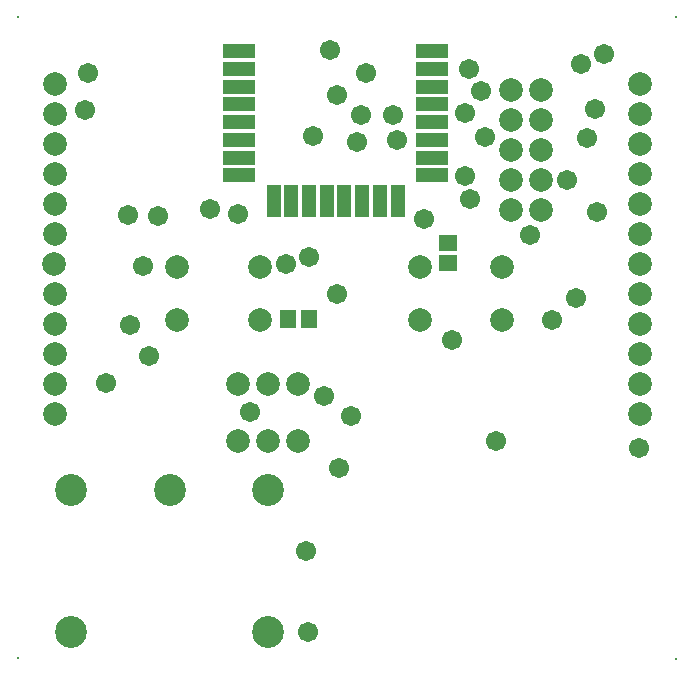
<source format=gts>
G04*
G04 #@! TF.GenerationSoftware,Altium Limited,Altium Designer,19.1.9 (167)*
G04*
G04 Layer_Color=8388736*
%FSLAX44Y44*%
%MOMM*%
G71*
G01*
G75*
%ADD11R,1.5532X1.3532*%
%ADD12R,2.7032X1.2032*%
%ADD13R,1.2032X2.7032*%
%ADD14R,1.3532X1.5532*%
%ADD15C,2.7032*%
%ADD16C,2.0032*%
%ADD17C,0.2032*%
%ADD18C,1.7032*%
D11*
X364500Y334250D02*
D03*
X364500Y351750D02*
D03*
D12*
X350640Y408790D02*
D03*
Y423790D02*
D03*
X350640Y438790D02*
D03*
Y453790D02*
D03*
X350640Y468790D02*
D03*
Y483790D02*
D03*
Y498790D02*
D03*
X350640Y513790D02*
D03*
X187240Y453790D02*
D03*
Y468790D02*
D03*
Y483790D02*
D03*
Y498790D02*
D03*
Y513790D02*
D03*
Y438790D02*
D03*
Y423790D02*
D03*
Y408790D02*
D03*
D13*
X216640Y386790D02*
D03*
X231640D02*
D03*
X246640D02*
D03*
X261640D02*
D03*
X276640D02*
D03*
X291640D02*
D03*
X306640D02*
D03*
X321640D02*
D03*
D14*
X246750Y287000D02*
D03*
X229250Y287000D02*
D03*
D15*
X212250Y142500D02*
D03*
X128500D02*
D03*
X44750D02*
D03*
Y22500D02*
D03*
X212250D02*
D03*
D16*
X417600Y379200D02*
D03*
X443000Y379200D02*
D03*
X417600Y404600D02*
D03*
X443000Y404600D02*
D03*
Y480800D02*
D03*
X443000Y430000D02*
D03*
X443000Y455400D02*
D03*
X417600D02*
D03*
Y430000D02*
D03*
X417600Y480800D02*
D03*
X212250Y183750D02*
D03*
X237650Y183750D02*
D03*
X186850D02*
D03*
X212250Y232500D02*
D03*
X186850Y232500D02*
D03*
X237650Y232500D02*
D03*
X134750Y331500D02*
D03*
X134750Y286500D02*
D03*
X204750D02*
D03*
Y331500D02*
D03*
X410250Y286500D02*
D03*
X410250Y331500D02*
D03*
X340250Y331500D02*
D03*
Y286500D02*
D03*
X526480Y206490D02*
D03*
X526480Y231890D02*
D03*
Y257290D02*
D03*
X526480Y333490D02*
D03*
X526480Y308090D02*
D03*
X526480Y282690D02*
D03*
X526980Y358840D02*
D03*
X526480Y434990D02*
D03*
X526480Y409590D02*
D03*
X526480Y384190D02*
D03*
Y460390D02*
D03*
Y485790D02*
D03*
X31570Y485740D02*
D03*
Y460340D02*
D03*
Y434940D02*
D03*
X31570Y358740D02*
D03*
X31570Y384140D02*
D03*
X31570Y409540D02*
D03*
X31070Y333390D02*
D03*
X31570Y257240D02*
D03*
X31570Y282640D02*
D03*
X31570Y308040D02*
D03*
Y231840D02*
D03*
X31570Y206440D02*
D03*
D17*
X557250Y-500D02*
D03*
X557500Y542500D02*
D03*
X0D02*
D03*
Y0D02*
D03*
D18*
X344250Y371500D02*
D03*
X245750Y22500D02*
D03*
X74749Y232999D02*
D03*
X271750Y161000D02*
D03*
X525750Y178000D02*
D03*
X243750Y91000D02*
D03*
X56750Y464000D02*
D03*
X473000Y305250D02*
D03*
X490801Y377293D02*
D03*
X477301Y503299D02*
D03*
X496750Y511500D02*
D03*
X404750Y184000D02*
D03*
X367545Y269537D02*
D03*
X281750Y204750D02*
D03*
X452500Y286250D02*
D03*
X433798Y358292D02*
D03*
X259500Y222250D02*
D03*
X270500Y308250D02*
D03*
X270040Y477047D02*
D03*
X291042Y460047D02*
D03*
X287041Y436796D02*
D03*
X321250Y438250D02*
D03*
X317906Y460250D02*
D03*
X383046Y388293D02*
D03*
X379000Y461750D02*
D03*
X378750Y408500D02*
D03*
X395500Y441500D02*
D03*
X392250Y480000D02*
D03*
X382107Y498790D02*
D03*
X246748Y339998D02*
D03*
X118750Y374000D02*
D03*
X226748Y333998D02*
D03*
X186750Y376000D02*
D03*
X294750Y495000D02*
D03*
X250250Y442250D02*
D03*
X264750Y515000D02*
D03*
X162750Y380000D02*
D03*
X464750Y405000D02*
D03*
X482250Y440000D02*
D03*
X488750Y465000D02*
D03*
X59750Y495000D02*
D03*
X94750Y282000D02*
D03*
X93750Y375000D02*
D03*
X105750Y332000D02*
D03*
X110750Y256000D02*
D03*
X196750Y208000D02*
D03*
M02*

</source>
